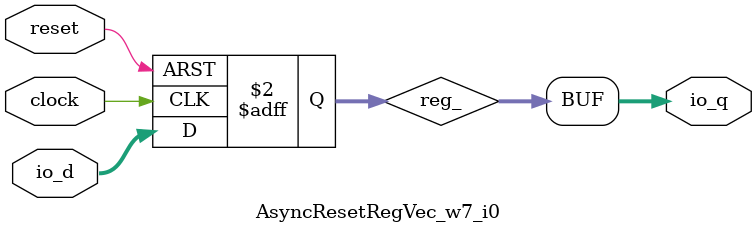
<source format=v>
module AsyncResetRegVec_w7_i0(
  input        clock,
  input        reset,
  input  [6:0] io_d,
  output [6:0] io_q
);
`ifdef RANDOMIZE_REG_INIT
  reg [31:0] _RAND_0;
`endif // RANDOMIZE_REG_INIT
  reg [6:0] reg_; // @[AsyncResetReg.scala 64:50]
  assign io_q = reg_; // @[AsyncResetReg.scala 68:8]
  always @(posedge clock or posedge reset) begin
    if (reset) begin // @[AsyncResetReg.scala 65:16]
      reg_ <= 7'h0; // @[AsyncResetReg.scala 66:9]
    end else begin
      reg_ <= io_d; // @[AsyncResetReg.scala 64:50]
    end
  end
// Register and memory initialization
`ifdef RANDOMIZE_GARBAGE_ASSIGN
`define RANDOMIZE
`endif
`ifdef RANDOMIZE_INVALID_ASSIGN
`define RANDOMIZE
`endif
`ifdef RANDOMIZE_REG_INIT
`define RANDOMIZE
`endif
`ifdef RANDOMIZE_MEM_INIT
`define RANDOMIZE
`endif
`ifndef RANDOM
`define RANDOM $random
`endif
`ifdef RANDOMIZE_MEM_INIT
  integer initvar;
`endif
`ifndef SYNTHESIS
`ifdef FIRRTL_BEFORE_INITIAL
`FIRRTL_BEFORE_INITIAL
`endif
initial begin
  `ifdef RANDOMIZE
    `ifdef INIT_RANDOM
      `INIT_RANDOM
    `endif
    `ifndef VERILATOR
      `ifdef RANDOMIZE_DELAY
        #`RANDOMIZE_DELAY begin end
      `else
        #0.002 begin end
      `endif
    `endif
`ifdef RANDOMIZE_REG_INIT
  _RAND_0 = {1{`RANDOM}};
  reg_ = _RAND_0[6:0];
`endif // RANDOMIZE_REG_INIT
  if (reset) begin
    reg_ = 7'h0;
  end
  `endif // RANDOMIZE
end // initial
`ifdef FIRRTL_AFTER_INITIAL
`FIRRTL_AFTER_INITIAL
`endif
`endif // SYNTHESIS
endmodule

</source>
